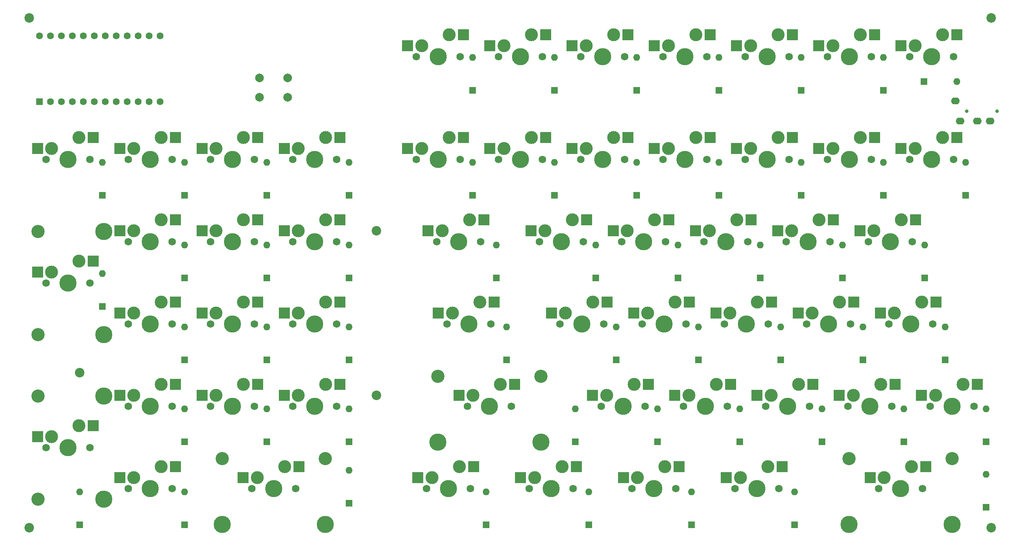
<source format=gbr>
%TF.GenerationSoftware,KiCad,Pcbnew,7.0.5*%
%TF.CreationDate,2023-06-22T07:55:22+00:00*%
%TF.ProjectId,Entry-left,456e7472-792d-46c6-9566-742e6b696361,rev?*%
%TF.SameCoordinates,Original*%
%TF.FileFunction,Soldermask,Bot*%
%TF.FilePolarity,Negative*%
%FSLAX46Y46*%
G04 Gerber Fmt 4.6, Leading zero omitted, Abs format (unit mm)*
G04 Created by KiCad (PCBNEW 7.0.5) date 2023-06-22 07:55:22*
%MOMM*%
%LPD*%
G01*
G04 APERTURE LIST*
%ADD10C,1.750000*%
%ADD11C,3.000000*%
%ADD12C,3.987800*%
%ADD13R,2.550000X2.500000*%
%ADD14C,2.200000*%
%ADD15C,2.000000*%
%ADD16C,3.048000*%
%ADD17C,0.800000*%
%ADD18O,2.000000X1.600000*%
%ADD19R,1.600000X1.600000*%
%ADD20C,1.600000*%
%ADD21O,1.600000X1.600000*%
G04 APERTURE END LIST*
D10*
%TO.C,MX6*%
X69414250Y-80798750D03*
D11*
X70684250Y-78258750D03*
D12*
X74494250Y-80798750D03*
D11*
X77034250Y-75718750D03*
D10*
X79574250Y-80798750D03*
D13*
X67409250Y-78258750D03*
X80336250Y-75718750D03*
%TD*%
D10*
%TO.C,MX2*%
X50364250Y-61748750D03*
D11*
X51634250Y-59208750D03*
D12*
X55444250Y-61748750D03*
D11*
X57984250Y-56668750D03*
D10*
X60524250Y-61748750D03*
D13*
X48359250Y-59208750D03*
X61286250Y-56668750D03*
%TD*%
D14*
%TO.C,REF\u002A\u002A*%
X39050000Y-111100000D03*
%TD*%
D10*
%TO.C,MX20*%
X155139250Y-37935750D03*
D11*
X156409250Y-35395750D03*
D12*
X160219250Y-37935750D03*
D11*
X162759250Y-32855750D03*
D10*
X165299250Y-37935750D03*
D13*
X153134250Y-35395750D03*
X166061250Y-32855750D03*
%TD*%
D10*
%TO.C,MX52*%
X167045500Y-137948750D03*
D11*
X168315500Y-135408750D03*
D12*
X172125500Y-137948750D03*
D11*
X174665500Y-132868750D03*
D10*
X177205500Y-137948750D03*
D13*
X165040500Y-135408750D03*
X177967500Y-132868750D03*
%TD*%
D10*
%TO.C,MX26*%
X136089250Y-61748750D03*
D11*
X137359250Y-59208750D03*
D12*
X141169250Y-61748750D03*
D11*
X143709250Y-56668750D03*
D10*
X146249250Y-61748750D03*
D13*
X134084250Y-59208750D03*
X147011250Y-56668750D03*
%TD*%
D15*
%TO.C,RESET1*%
X80769250Y-42829500D03*
X87269250Y-42829500D03*
X80769250Y-47329500D03*
X87269250Y-47329500D03*
%TD*%
D10*
%TO.C,MX1*%
X31314250Y-61748750D03*
D11*
X32584250Y-59208750D03*
D12*
X36394250Y-61748750D03*
D11*
X38934250Y-56668750D03*
D10*
X41474250Y-61748750D03*
D13*
X29309250Y-59208750D03*
X42236250Y-56668750D03*
%TD*%
D10*
%TO.C,MX38*%
X124183000Y-99848750D03*
D11*
X125453000Y-97308750D03*
D12*
X129263000Y-99848750D03*
D11*
X131803000Y-94768750D03*
D10*
X134343000Y-99848750D03*
D13*
X122178000Y-97308750D03*
X135105000Y-94768750D03*
%TD*%
D10*
%TO.C,MX53*%
X190858000Y-137948750D03*
D11*
X192128000Y-135408750D03*
D12*
X195938000Y-137948750D03*
D11*
X198478000Y-132868750D03*
D10*
X201018000Y-137948750D03*
D13*
X188853000Y-135408750D03*
X201780000Y-132868750D03*
%TD*%
D10*
%TO.C,MX27*%
X155139250Y-61748750D03*
D11*
X156409250Y-59208750D03*
D12*
X160219250Y-61748750D03*
D11*
X162759250Y-56668750D03*
D10*
X165299250Y-61748750D03*
D13*
X153134250Y-59208750D03*
X166061250Y-56668750D03*
%TD*%
D10*
%TO.C,MX10*%
X69414250Y-99848750D03*
D11*
X70684250Y-97308750D03*
D12*
X74494250Y-99848750D03*
D11*
X77034250Y-94768750D03*
D10*
X79574250Y-99848750D03*
D13*
X67409250Y-97308750D03*
X80336250Y-94768750D03*
%TD*%
D14*
%TO.C,REF\u002A\u002A*%
X107831750Y-78258750D03*
%TD*%
D16*
%TO.C,MX17*%
X72081250Y-130963750D03*
D12*
X72081250Y-146203750D03*
D10*
X78939250Y-137948750D03*
D11*
X80209250Y-135408750D03*
D12*
X84019250Y-137948750D03*
D11*
X86559250Y-132868750D03*
D10*
X89099250Y-137948750D03*
D16*
X95957250Y-130963750D03*
D12*
X95957250Y-146203750D03*
D13*
X76934250Y-135408750D03*
X89861250Y-132868750D03*
%TD*%
D10*
%TO.C,MX50*%
X119420500Y-137948750D03*
D11*
X120690500Y-135408750D03*
D12*
X124500500Y-137948750D03*
D11*
X127040500Y-132868750D03*
D10*
X129580500Y-137948750D03*
D13*
X117415500Y-135408750D03*
X130342500Y-132868750D03*
%TD*%
D17*
%TO.C,U2*%
X251606750Y-50510750D03*
X244606750Y-50510750D03*
D18*
X241906750Y-48210750D03*
X243006750Y-52810750D03*
X247006750Y-52810750D03*
X250006750Y-52810750D03*
%TD*%
D10*
%TO.C,MX31*%
X231339250Y-61748750D03*
D11*
X232609250Y-59208750D03*
D12*
X236419250Y-61748750D03*
D11*
X238959250Y-56668750D03*
D10*
X241499250Y-61748750D03*
D13*
X229334250Y-59208750D03*
X242261250Y-56668750D03*
%TD*%
D10*
%TO.C,MX18*%
X117039250Y-37935750D03*
D11*
X118309250Y-35395750D03*
D12*
X122119250Y-37935750D03*
D11*
X124659250Y-32855750D03*
D10*
X127199250Y-37935750D03*
D13*
X115034250Y-35395750D03*
X127961250Y-32855750D03*
%TD*%
D19*
%TO.C,U1*%
X29780000Y-48320000D03*
D20*
X32320000Y-48320000D03*
X34860000Y-48320000D03*
X37400000Y-48320000D03*
X39940000Y-48320000D03*
X42480000Y-48320000D03*
X45020000Y-48320000D03*
X47560000Y-48320000D03*
X50100000Y-48320000D03*
X52640000Y-48320000D03*
X55180000Y-48320000D03*
X57720000Y-48320000D03*
X57720000Y-33080000D03*
X55180000Y-33080000D03*
X52640000Y-33080000D03*
X50100000Y-33080000D03*
X47560000Y-33080000D03*
X45020000Y-33080000D03*
X42480000Y-33080000D03*
X39940000Y-33080000D03*
X37400000Y-33080000D03*
X34860000Y-33080000D03*
X32320000Y-33080000D03*
X29780000Y-33080000D03*
%TD*%
D10*
%TO.C,MX42*%
X207526750Y-99848750D03*
D11*
X208796750Y-97308750D03*
D12*
X212606750Y-99848750D03*
D11*
X215146750Y-94768750D03*
D10*
X217686750Y-99848750D03*
D13*
X205521750Y-97308750D03*
X218448750Y-94768750D03*
%TD*%
D10*
%TO.C,MX22*%
X193239250Y-37935750D03*
D11*
X194509250Y-35395750D03*
D12*
X198319250Y-37935750D03*
D11*
X200859250Y-32855750D03*
D10*
X203399250Y-37935750D03*
D13*
X191234250Y-35395750D03*
X204161250Y-32855750D03*
%TD*%
D10*
%TO.C,MX16*%
X50364250Y-137948750D03*
D11*
X51634250Y-135408750D03*
D12*
X55444250Y-137948750D03*
D11*
X57984250Y-132868750D03*
D10*
X60524250Y-137948750D03*
D13*
X48359250Y-135408750D03*
X61286250Y-132868750D03*
%TD*%
D16*
%TO.C,MX8*%
X29409250Y-78385750D03*
X29409250Y-102261750D03*
D10*
X31314250Y-90323750D03*
D11*
X32584250Y-87783750D03*
D12*
X36394250Y-90323750D03*
D11*
X38934250Y-85243750D03*
D10*
X41474250Y-90323750D03*
D12*
X44649250Y-78385750D03*
X44649250Y-102261750D03*
D13*
X29309250Y-87783750D03*
X42236250Y-85243750D03*
%TD*%
D10*
%TO.C,MX33*%
X145614250Y-80798750D03*
D11*
X146884250Y-78258750D03*
D12*
X150694250Y-80798750D03*
D11*
X153234250Y-75718750D03*
D10*
X155774250Y-80798750D03*
D13*
X143609250Y-78258750D03*
X156536250Y-75718750D03*
%TD*%
D10*
%TO.C,MX40*%
X169426750Y-99848750D03*
D11*
X170696750Y-97308750D03*
D12*
X174506750Y-99848750D03*
D11*
X177046750Y-94768750D03*
D10*
X179586750Y-99848750D03*
D13*
X167421750Y-97308750D03*
X180348750Y-94768750D03*
%TD*%
D10*
%TO.C,MX34*%
X164664250Y-80798750D03*
D11*
X165934250Y-78258750D03*
D12*
X169744250Y-80798750D03*
D11*
X172284250Y-75718750D03*
D10*
X174824250Y-80798750D03*
D13*
X162659250Y-78258750D03*
X175586250Y-75718750D03*
%TD*%
D10*
%TO.C,MX11*%
X88464250Y-99848750D03*
D11*
X89734250Y-97308750D03*
D12*
X93544250Y-99848750D03*
D11*
X96084250Y-94768750D03*
D10*
X98624250Y-99848750D03*
D13*
X86459250Y-97308750D03*
X99386250Y-94768750D03*
%TD*%
D10*
%TO.C,MX3*%
X69414250Y-61748750D03*
D11*
X70684250Y-59208750D03*
D12*
X74494250Y-61748750D03*
D11*
X77034250Y-56668750D03*
D10*
X79574250Y-61748750D03*
D13*
X67409250Y-59208750D03*
X80336250Y-56668750D03*
%TD*%
D10*
%TO.C,MX37*%
X221814250Y-80798750D03*
D11*
X223084250Y-78258750D03*
D12*
X226894250Y-80798750D03*
D11*
X229434250Y-75718750D03*
D10*
X231974250Y-80798750D03*
D13*
X219809250Y-78258750D03*
X232736250Y-75718750D03*
%TD*%
D10*
%TO.C,MX29*%
X193239250Y-61748750D03*
D11*
X194509250Y-59208750D03*
D12*
X198319250Y-61748750D03*
D11*
X200859250Y-56668750D03*
D10*
X203399250Y-61748750D03*
D13*
X191234250Y-59208750D03*
X204161250Y-56668750D03*
%TD*%
D14*
%TO.C,REF\u002A\u002A*%
X107831750Y-116358750D03*
%TD*%
D10*
%TO.C,MX24*%
X231339250Y-37935750D03*
D11*
X232609250Y-35395750D03*
D12*
X236419250Y-37935750D03*
D11*
X238959250Y-32855750D03*
D10*
X241499250Y-37935750D03*
D13*
X229334250Y-35395750D03*
X242261250Y-32855750D03*
%TD*%
D10*
%TO.C,MX14*%
X88464250Y-118898750D03*
D11*
X89734250Y-116358750D03*
D12*
X93544250Y-118898750D03*
D11*
X96084250Y-113818750D03*
D10*
X98624250Y-118898750D03*
D13*
X86459250Y-116358750D03*
X99386250Y-113818750D03*
%TD*%
D14*
%TO.C,REF\u002A\u002A*%
X27369250Y-28910750D03*
%TD*%
%TO.C,REF\u002A\u002A*%
X27369250Y-146973750D03*
%TD*%
D16*
%TO.C,MX44*%
X122087500Y-111913750D03*
D12*
X122087500Y-127153750D03*
D10*
X128945500Y-118898750D03*
D11*
X130215500Y-116358750D03*
D12*
X134025500Y-118898750D03*
D11*
X136565500Y-113818750D03*
D10*
X139105500Y-118898750D03*
D16*
X145963500Y-111913750D03*
D12*
X145963500Y-127153750D03*
D13*
X126940500Y-116358750D03*
X139867500Y-113818750D03*
%TD*%
D16*
%TO.C,MX54*%
X217337500Y-130963750D03*
D12*
X217337500Y-146203750D03*
D10*
X224195500Y-137948750D03*
D11*
X225465500Y-135408750D03*
D12*
X229275500Y-137948750D03*
D11*
X231815500Y-132868750D03*
D10*
X234355500Y-137948750D03*
D16*
X241213500Y-130963750D03*
D12*
X241213500Y-146203750D03*
D13*
X222190500Y-135408750D03*
X235117500Y-132868750D03*
%TD*%
D10*
%TO.C,MX5*%
X50364250Y-80798750D03*
D11*
X51634250Y-78258750D03*
D12*
X55444250Y-80798750D03*
D11*
X57984250Y-75718750D03*
D10*
X60524250Y-80798750D03*
D13*
X48359250Y-78258750D03*
X61286250Y-75718750D03*
%TD*%
D10*
%TO.C,MX7*%
X88464250Y-80798750D03*
D11*
X89734250Y-78258750D03*
D12*
X93544250Y-80798750D03*
D11*
X96084250Y-75718750D03*
D10*
X98624250Y-80798750D03*
D13*
X86459250Y-78258750D03*
X99386250Y-75718750D03*
%TD*%
D10*
%TO.C,MX49*%
X236101750Y-118898750D03*
D11*
X237371750Y-116358750D03*
D12*
X241181750Y-118898750D03*
D11*
X243721750Y-113818750D03*
D10*
X246261750Y-118898750D03*
D13*
X234096750Y-116358750D03*
X247023750Y-113818750D03*
%TD*%
D10*
%TO.C,MX41*%
X188476750Y-99848750D03*
D11*
X189746750Y-97308750D03*
D12*
X193556750Y-99848750D03*
D11*
X196096750Y-94768750D03*
D10*
X198636750Y-99848750D03*
D13*
X186471750Y-97308750D03*
X199398750Y-94768750D03*
%TD*%
D10*
%TO.C,MX51*%
X143233000Y-137948750D03*
D11*
X144503000Y-135408750D03*
D12*
X148313000Y-137948750D03*
D11*
X150853000Y-132868750D03*
D10*
X153393000Y-137948750D03*
D13*
X141228000Y-135408750D03*
X154155000Y-132868750D03*
%TD*%
D10*
%TO.C,MX9*%
X50364250Y-99848750D03*
D11*
X51634250Y-97308750D03*
D12*
X55444250Y-99848750D03*
D11*
X57984250Y-94768750D03*
D10*
X60524250Y-99848750D03*
D13*
X48359250Y-97308750D03*
X61286250Y-94768750D03*
%TD*%
D14*
%TO.C,REF\u002A\u002A*%
X250206750Y-146973750D03*
%TD*%
D10*
%TO.C,MX47*%
X198001750Y-118898750D03*
D11*
X199271750Y-116358750D03*
D12*
X203081750Y-118898750D03*
D11*
X205621750Y-113818750D03*
D10*
X208161750Y-118898750D03*
D13*
X195996750Y-116358750D03*
X208923750Y-113818750D03*
%TD*%
D10*
%TO.C,MX21*%
X174189250Y-37935750D03*
D11*
X175459250Y-35395750D03*
D12*
X179269250Y-37935750D03*
D11*
X181809250Y-32855750D03*
D10*
X184349250Y-37935750D03*
D13*
X172184250Y-35395750D03*
X185111250Y-32855750D03*
%TD*%
D10*
%TO.C,MX46*%
X178951750Y-118898750D03*
D11*
X180221750Y-116358750D03*
D12*
X184031750Y-118898750D03*
D11*
X186571750Y-113818750D03*
D10*
X189111750Y-118898750D03*
D13*
X176946750Y-116358750D03*
X189873750Y-113818750D03*
%TD*%
D10*
%TO.C,MX13*%
X69414250Y-118898750D03*
D11*
X70684250Y-116358750D03*
D12*
X74494250Y-118898750D03*
D11*
X77034250Y-113818750D03*
D10*
X79574250Y-118898750D03*
D13*
X67409250Y-116358750D03*
X80336250Y-113818750D03*
%TD*%
D10*
%TO.C,MX45*%
X159901750Y-118898750D03*
D11*
X161171750Y-116358750D03*
D12*
X164981750Y-118898750D03*
D11*
X167521750Y-113818750D03*
D10*
X170061750Y-118898750D03*
D13*
X157896750Y-116358750D03*
X170823750Y-113818750D03*
%TD*%
D10*
%TO.C,MX32*%
X121801750Y-80798750D03*
D11*
X123071750Y-78258750D03*
D12*
X126881750Y-80798750D03*
D11*
X129421750Y-75718750D03*
D10*
X131961750Y-80798750D03*
D13*
X119796750Y-78258750D03*
X132723750Y-75718750D03*
%TD*%
D10*
%TO.C,MX35*%
X183714250Y-80798750D03*
D11*
X184984250Y-78258750D03*
D12*
X188794250Y-80798750D03*
D11*
X191334250Y-75718750D03*
D10*
X193874250Y-80798750D03*
D13*
X181709250Y-78258750D03*
X194636250Y-75718750D03*
%TD*%
D10*
%TO.C,MX43*%
X226576750Y-99848750D03*
D11*
X227846750Y-97308750D03*
D12*
X231656750Y-99848750D03*
D11*
X234196750Y-94768750D03*
D10*
X236736750Y-99848750D03*
D13*
X224571750Y-97308750D03*
X237498750Y-94768750D03*
%TD*%
D10*
%TO.C,MX36*%
X202764250Y-80798750D03*
D11*
X204034250Y-78258750D03*
D12*
X207844250Y-80798750D03*
D11*
X210384250Y-75718750D03*
D10*
X212924250Y-80798750D03*
D13*
X200759250Y-78258750D03*
X213686250Y-75718750D03*
%TD*%
D10*
%TO.C,MX23*%
X212289250Y-37935750D03*
D11*
X213559250Y-35395750D03*
D12*
X217369250Y-37935750D03*
D11*
X219909250Y-32855750D03*
D10*
X222449250Y-37935750D03*
D13*
X210284250Y-35395750D03*
X223211250Y-32855750D03*
%TD*%
D10*
%TO.C,MX25*%
X117039250Y-61748750D03*
D11*
X118309250Y-59208750D03*
D12*
X122119250Y-61748750D03*
D11*
X124659250Y-56668750D03*
D10*
X127199250Y-61748750D03*
D13*
X115034250Y-59208750D03*
X127961250Y-56668750D03*
%TD*%
D16*
%TO.C,MX15*%
X29409250Y-116485750D03*
X29409250Y-140361750D03*
D10*
X31314250Y-128423750D03*
D11*
X32584250Y-125883750D03*
D12*
X36394250Y-128423750D03*
D11*
X38934250Y-123343750D03*
D10*
X41474250Y-128423750D03*
D12*
X44649250Y-116485750D03*
X44649250Y-140361750D03*
D13*
X29309250Y-125883750D03*
X42236250Y-123343750D03*
%TD*%
D10*
%TO.C,MX12*%
X50364250Y-118898750D03*
D11*
X51634250Y-116358750D03*
D12*
X55444250Y-118898750D03*
D11*
X57984250Y-113818750D03*
D10*
X60524250Y-118898750D03*
D13*
X48359250Y-116358750D03*
X61286250Y-113818750D03*
%TD*%
D10*
%TO.C,MX30*%
X212289250Y-61748750D03*
D11*
X213559250Y-59208750D03*
D12*
X217369250Y-61748750D03*
D11*
X219909250Y-56668750D03*
D10*
X222449250Y-61748750D03*
D13*
X210284250Y-59208750D03*
X223211250Y-56668750D03*
%TD*%
D10*
%TO.C,MX19*%
X136089250Y-37935750D03*
D11*
X137359250Y-35395750D03*
D12*
X141169250Y-37935750D03*
D11*
X143709250Y-32855750D03*
D10*
X146249250Y-37935750D03*
D13*
X134084250Y-35395750D03*
X147011250Y-32855750D03*
%TD*%
D14*
%TO.C,REF\u002A\u002A*%
X250206750Y-28910750D03*
%TD*%
D10*
%TO.C,MX28*%
X174189250Y-61748750D03*
D11*
X175459250Y-59208750D03*
D12*
X179269250Y-61748750D03*
D11*
X181809250Y-56668750D03*
D10*
X184349250Y-61748750D03*
D13*
X172184250Y-59208750D03*
X185111250Y-56668750D03*
%TD*%
D10*
%TO.C,MX48*%
X217051750Y-118898750D03*
D11*
X218321750Y-116358750D03*
D12*
X222131750Y-118898750D03*
D11*
X224671750Y-113818750D03*
D10*
X227211750Y-118898750D03*
D13*
X215046750Y-116358750D03*
X227973750Y-113818750D03*
%TD*%
D10*
%TO.C,MX4*%
X88464250Y-61748750D03*
D11*
X89734250Y-59208750D03*
D12*
X93544250Y-61748750D03*
D11*
X96084250Y-56668750D03*
D10*
X98624250Y-61748750D03*
D13*
X86459250Y-59208750D03*
X99386250Y-56668750D03*
%TD*%
D10*
%TO.C,MX39*%
X150376750Y-99848750D03*
D11*
X151646750Y-97308750D03*
D12*
X155456750Y-99848750D03*
D11*
X157996750Y-94768750D03*
D10*
X160536750Y-99848750D03*
D13*
X148371750Y-97308750D03*
X161298750Y-94768750D03*
%TD*%
D19*
%TO.C,D33*%
X158628500Y-89187000D03*
D21*
X158628500Y-81567000D03*
%TD*%
D19*
%TO.C,D38*%
X137997500Y-108073500D03*
D21*
X137997500Y-100453500D03*
%TD*%
D19*
%TO.C,D22*%
X206238500Y-45702000D03*
D21*
X206238500Y-38082000D03*
%TD*%
D19*
%TO.C,D30*%
X225282500Y-69985500D03*
D21*
X225282500Y-62365500D03*
%TD*%
D19*
%TO.C,D12*%
X63408500Y-127117500D03*
D21*
X63408500Y-119497500D03*
%TD*%
D19*
%TO.C,D48*%
X230043500Y-127117500D03*
D21*
X230043500Y-119497500D03*
%TD*%
D19*
%TO.C,D54*%
X249087500Y-142250000D03*
D21*
X249087500Y-134630000D03*
%TD*%
D19*
%TO.C,D52*%
X180846500Y-146319000D03*
D21*
X180846500Y-138699000D03*
%TD*%
D19*
%TO.C,D53*%
X204651500Y-146319000D03*
D21*
X204651500Y-138699000D03*
%TD*%
D19*
%TO.C,D23*%
X225282500Y-45702000D03*
D21*
X225282500Y-38082000D03*
%TD*%
D19*
%TO.C,D25*%
X130062500Y-69985500D03*
D21*
X130062500Y-62365500D03*
%TD*%
D19*
%TO.C,D50*%
X133236500Y-146319000D03*
D21*
X133236500Y-138699000D03*
%TD*%
D19*
%TO.C,D31*%
X244326500Y-69985500D03*
D21*
X244326500Y-62365500D03*
%TD*%
D19*
%TO.C,D26*%
X149106500Y-69985500D03*
D21*
X149106500Y-62365500D03*
%TD*%
D19*
%TO.C,D2*%
X63408500Y-69985500D03*
D21*
X63408500Y-62365500D03*
%TD*%
D19*
%TO.C,D46*%
X191955500Y-127117500D03*
D21*
X191955500Y-119497500D03*
%TD*%
D19*
%TO.C,D40*%
X182433500Y-108073500D03*
D21*
X182433500Y-100453500D03*
%TD*%
D19*
%TO.C,D13*%
X82452500Y-127117500D03*
D21*
X82452500Y-119497500D03*
%TD*%
D19*
%TO.C,D35*%
X196716500Y-89187000D03*
D21*
X196716500Y-81567000D03*
%TD*%
D19*
%TO.C,D36*%
X215760500Y-89187000D03*
D21*
X215760500Y-81567000D03*
%TD*%
D19*
%TO.C,D4*%
X101496500Y-69985500D03*
D21*
X101496500Y-62365500D03*
%TD*%
D19*
%TO.C,D45*%
X172911500Y-127117500D03*
D21*
X172911500Y-119497500D03*
%TD*%
D19*
%TO.C,D18*%
X130062500Y-45702000D03*
D21*
X130062500Y-38082000D03*
%TD*%
D19*
%TO.C,D51*%
X157041500Y-146319000D03*
D21*
X157041500Y-138699000D03*
%TD*%
D19*
%TO.C,D28*%
X187194500Y-69985500D03*
D21*
X187194500Y-62365500D03*
%TD*%
D19*
%TO.C,D42*%
X220521500Y-108073500D03*
D21*
X220521500Y-100453500D03*
%TD*%
D19*
%TO.C,D3*%
X82452500Y-69985500D03*
D21*
X82452500Y-62365500D03*
%TD*%
D19*
%TO.C,D24*%
X234670000Y-43670000D03*
D21*
X242290000Y-43670000D03*
%TD*%
D19*
%TO.C,D44*%
X153867500Y-127117500D03*
D21*
X153867500Y-119497500D03*
%TD*%
D19*
%TO.C,D8*%
X44364500Y-95768750D03*
D21*
X44364500Y-88148750D03*
%TD*%
D19*
%TO.C,D47*%
X210999500Y-127117500D03*
D21*
X210999500Y-119497500D03*
%TD*%
D19*
%TO.C,D37*%
X234804500Y-89187000D03*
D21*
X234804500Y-81567000D03*
%TD*%
D19*
%TO.C,D14*%
X101496500Y-127117500D03*
D21*
X101496500Y-119497500D03*
%TD*%
D19*
%TO.C,D20*%
X168150500Y-45702000D03*
D21*
X168150500Y-38082000D03*
%TD*%
D19*
%TO.C,D19*%
X149106500Y-45702000D03*
D21*
X149106500Y-38082000D03*
%TD*%
D19*
%TO.C,D21*%
X187194500Y-45702000D03*
D21*
X187194500Y-38082000D03*
%TD*%
D19*
%TO.C,D7*%
X101496500Y-89187000D03*
D21*
X101496500Y-81567000D03*
%TD*%
D19*
%TO.C,D39*%
X163389500Y-108073500D03*
D21*
X163389500Y-100453500D03*
%TD*%
D19*
%TO.C,D49*%
X249087500Y-127117500D03*
D21*
X249087500Y-119497500D03*
%TD*%
D19*
%TO.C,D10*%
X82452500Y-108073500D03*
D21*
X82452500Y-100453500D03*
%TD*%
D19*
%TO.C,D29*%
X206238500Y-69985500D03*
D21*
X206238500Y-62365500D03*
%TD*%
D19*
%TO.C,D32*%
X135617000Y-89187000D03*
D21*
X135617000Y-81567000D03*
%TD*%
D19*
%TO.C,D41*%
X201477500Y-108073500D03*
D21*
X201477500Y-100453500D03*
%TD*%
D19*
%TO.C,D17*%
X101496500Y-141319000D03*
D21*
X101496500Y-133699000D03*
%TD*%
D19*
%TO.C,D34*%
X177672500Y-89187000D03*
D21*
X177672500Y-81567000D03*
%TD*%
D19*
%TO.C,D5*%
X63408500Y-89187000D03*
D21*
X63408500Y-81567000D03*
%TD*%
D19*
%TO.C,D16*%
X63408500Y-146319000D03*
D21*
X63408500Y-138699000D03*
%TD*%
D19*
%TO.C,D15*%
X39059250Y-146319000D03*
D21*
X39059250Y-138699000D03*
%TD*%
D19*
%TO.C,D9*%
X63408500Y-108073500D03*
D21*
X63408500Y-100453500D03*
%TD*%
D19*
%TO.C,D27*%
X168150500Y-69985500D03*
D21*
X168150500Y-62365500D03*
%TD*%
D19*
%TO.C,D6*%
X82452500Y-89187000D03*
D21*
X82452500Y-81567000D03*
%TD*%
D19*
%TO.C,D43*%
X239565500Y-108073500D03*
D21*
X239565500Y-100453500D03*
%TD*%
D19*
%TO.C,D1*%
X44364500Y-69985500D03*
D21*
X44364500Y-62365500D03*
%TD*%
D19*
%TO.C,D11*%
X101496500Y-108073500D03*
D21*
X101496500Y-100453500D03*
%TD*%
M02*

</source>
